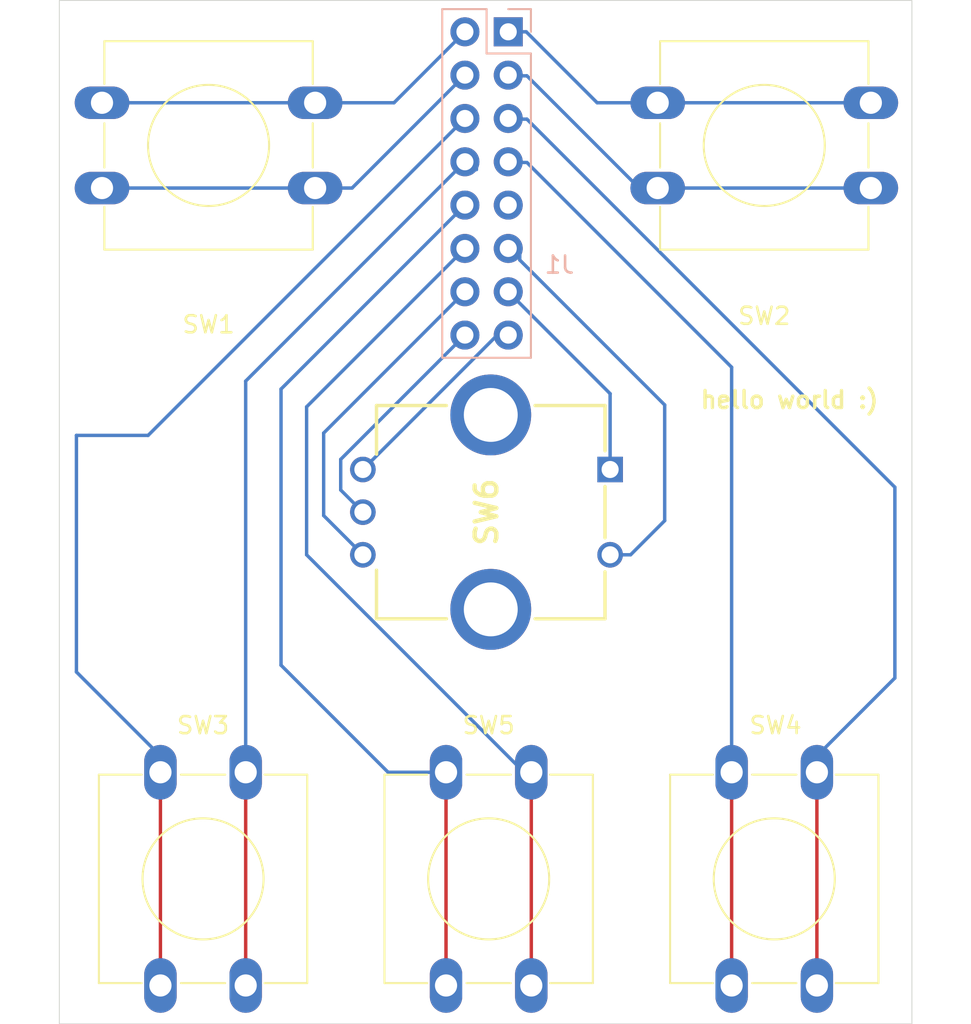
<source format=kicad_pcb>
(kicad_pcb (version 20241229) (generator "pcbnew") (generator_version "9.0")
  (title_block (comment 4 "AISLER Project ID: YIWGWVPE"))
  (layers (0 "F.Cu" signal) (2 "B.Cu" signal) (13 "F.Paste" user) (15 "B.Paste" user) (5 "F.SilkS" user "F.Silkscreen") (7 "B.SilkS" user "B.Silkscreen") (1 "F.Mask" user) (3 "B.Mask" user) (25 "Edge.Cuts" user))
  (net 0 "")
  (net 1 "Net-(J1-Pin_1)")
  (net 2 "Net-(J1-Pin_5)")
  (net 3 "Net-(J1-Pin_3)")
  (net 4 "Net-(J1-Pin_8)")
  (net 5 "Net-(J1-Pin_4)")
  (net 6 "Net-(J1-Pin_6)")
  (net 7 "Net-(J1-Pin_16)")
  (net 8 "Net-(J1-Pin_15)")
  (net 9 "Net-(J1-Pin_2)")
  (net 10 "Net-(J1-Pin_11)")
  (net 11 "Net-(J1-Pin_12)")
  (net 12 "Net-(J1-Pin_14)")
  (net 13 "Net-(J1-Pin_13)")
  (net 14 "Net-(J1-Pin_7)")
  (net 18 "Net-(J1-Pin_10)")
  (footprint "MountingHole:MountingHole_3.2mm_M3" (layer "F.Cu") (at 58.5 73)
    (property "Reference" "REF**" (hide yes))
    (property "Value" "MountingHole_3.2mm_M3")
    (pad "" np_thru_hole circle (at 0 0) (size 3.2 3.2) (drill 3.2) (layers "*.Cu" "*.Mask"))
  )
  (footprint "SamacSys_Parts:SW_PUSH-12mm3D" (layer "F.Cu") (at 58.426751 100.75 90)
    (property "Reference" "SW3" (at 15.25 2.5 180) (layer "F.SilkS"))
    (property "Value" "SW_Push")
    (fp_line (start 12.36 -3.61) (end 12.36 -1.1) (stroke (width 0.12)) (layer "F.SilkS"))
    (fp_line (start 0.14 -3.61) (end 12.36 -3.61) (stroke (width 0.12)) (layer "F.SilkS"))
    (fp_line (start 0.14 -3.61) (end 0.14 -1.1) (stroke (width 0.12)) (layer "F.SilkS"))
    (fp_line (start 12.36 1.2) (end 12.36 3.8) (stroke (width 0.12)) (layer "F.SilkS"))
    (fp_line (start 0.14 1.2) (end 0.14 3.8) (stroke (width 0.12)) (layer "F.SilkS"))
    (fp_line (start 12.36 6.1) (end 12.36 8.61) (stroke (width 0.12)) (layer "F.SilkS"))
    (fp_line (start 0.14 6.1) (end 0.14 8.61) (stroke (width 0.12)) (layer "F.SilkS"))
    (fp_line (start 12.36 8.61) (end 0.14 8.61) (stroke (width 0.12)) (layer "F.SilkS"))
    (fp_circle (center 6.25 2.5) (end 9.8 2.5) (stroke (width 0.12)) (fill no) (layer "F.SilkS"))
    (pad "1" thru_hole oval (at 0 0 90) (size 3.2 1.9) (drill 1.3) (layers "*.Cu" "*.Mask") (net 6 "Net-(J1-Pin_6)"))
    (pad "1" thru_hole oval (at 12.5 0 90) (size 3.2 1.9) (drill 1.3) (layers "*.Cu" "*.Mask") (net 6 "Net-(J1-Pin_6)"))
    (pad "2" thru_hole oval (at 0 5 90) (size 3.2 1.9) (drill 1.3) (layers "*.Cu" "*.Mask") (net 4 "Net-(J1-Pin_8)"))
    (pad "2" thru_hole oval (at 12.5 5 90) (size 3.2 1.9) (drill 1.3) (layers "*.Cu" "*.Mask") (net 4 "Net-(J1-Pin_8)"))
  )
  (footprint "SamacSys_Parts:SW_PUSH-12mm3D" (layer "F.Cu") (at 55 49)
    (property "Reference" "SW1" (at 6.25 13 0) (layer "F.SilkS"))
    (property "Value" "SW_Push")
    (fp_line (start 0.14 -3.61) (end 0.14 -1.1) (stroke (width 0.12)) (layer "F.SilkS"))
    (fp_line (start 0.14 -3.61) (end 12.36 -3.61) (stroke (width 0.12)) (layer "F.SilkS"))
    (fp_line (start 0.14 1.2) (end 0.14 3.8) (stroke (width 0.12)) (layer "F.SilkS"))
    (fp_line (start 0.14 6.1) (end 0.14 8.61) (stroke (width 0.12)) (layer "F.SilkS"))
    (fp_line (start 12.36 -3.61) (end 12.36 -1.1) (stroke (width 0.12)) (layer "F.SilkS"))
    (fp_line (start 12.36 1.2) (end 12.36 3.8) (stroke (width 0.12)) (layer "F.SilkS"))
    (fp_line (start 12.36 6.1) (end 12.36 8.61) (stroke (width 0.12)) (layer "F.SilkS"))
    (fp_line (start 12.36 8.61) (end 0.14 8.61) (stroke (width 0.12)) (layer "F.SilkS"))
    (fp_circle (center 6.25 2.5) (end 9.8 2.5) (stroke (width 0.12)) (fill no) (layer "F.SilkS"))
    (pad "1" thru_hole oval (at 0 0) (size 3.2 1.9) (drill 1.3) (layers "*.Cu" "*.Mask") (net 9 "Net-(J1-Pin_2)"))
    (pad "1" thru_hole oval (at 12.5 0) (size 3.2 1.9) (drill 1.3) (layers "*.Cu" "*.Mask") (net 9 "Net-(J1-Pin_2)"))
    (pad "2" thru_hole oval (at 0 5) (size 3.2 1.9) (drill 1.3) (layers "*.Cu" "*.Mask") (net 5 "Net-(J1-Pin_4)"))
    (pad "2" thru_hole oval (at 12.5 5) (size 3.2 1.9) (drill 1.3) (layers "*.Cu" "*.Mask") (net 5 "Net-(J1-Pin_4)"))
  )
  (footprint "SamacSys_Parts:PEC11R4215FS0024" (layer "F.Cu") (at 84.799846 70.5 -90)
    (property "Reference" "SW6" (at 2.5 7.25 270) (layer "F.SilkS") (effects (font (size 1.27 1.27) (thickness 0.254))))
    (property "Value" "RotaryEncoder_Switch_MP" (hide yes))
    (fp_line (start -3.75 13.7) (end -0.9 13.7) (stroke (width 0.2)) (layer "F.SilkS"))
    (fp_line (start 5.9 13.7) (end 8.75 13.7) (stroke (width 0.2)) (layer "F.SilkS"))
    (fp_line (start 8.75 13.7) (end 8.75 9.6) (stroke (width 0.2)) (layer "F.SilkS"))
    (fp_line (start -3.75 9.6) (end -3.75 13.7) (stroke (width 0.2)) (layer "F.SilkS"))
    (fp_line (start 8.75 4.4) (end 8.75 0.3) (stroke (width 0.2)) (layer "F.SilkS"))
    (fp_line (start -3.75 0.3) (end -3.75 4.4) (stroke (width 0.2)) (layer "F.SilkS"))
    (fp_line (start -1.1 0.3) (end -3.75 0.3) (stroke (width 0.2)) (layer "F.SilkS"))
    (fp_line (start 4 0.3) (end 1 0.3) (stroke (width 0.2)) (layer "F.SilkS"))
    (fp_line (start 8.75 0.3) (end 6 0.3) (stroke (width 0.2)) (layer "F.SilkS"))
    (pad "1" thru_hole rect (at 0 0 270) (size 1.5 1.5) (drill 1) (layers "*.Cu" "*.Mask") (net 13 "Net-(J1-Pin_13)"))
    (pad "2" thru_hole circle (at 5 0 270) (size 1.5 1.5) (drill 1) (layers "*.Cu" "*.Mask") (net 10 "Net-(J1-Pin_11)"))
    (pad "A1" thru_hole circle (at 0 14.5 270) (size 1.5 1.5) (drill 1) (layers "*.Cu" "*.Mask") (net 8 "Net-(J1-Pin_15)"))
    (pad "B1" thru_hole circle (at 5 14.5 270) (size 1.5 1.5) (drill 1) (layers "*.Cu" "*.Mask") (net 12 "Net-(J1-Pin_14)"))
    (pad "C1" thru_hole circle (at 2.5 14.5 270) (size 1.5 1.5) (drill 1) (layers "*.Cu" "*.Mask") (net 7 "Net-(J1-Pin_16)"))
    (pad "MH1" thru_hole circle (at -3.2 7 270) (size 4.74 4.74) (drill 3.16) (layers "*.Cu" "*.Mask"))
    (pad "MH2" thru_hole circle (at 8.2 7 270) (size 4.74 4.74) (drill 3.16) (layers "*.Cu" "*.Mask"))
  )
  (footprint "SamacSys_Parts:SW_PUSH-12mm3D" (layer "F.Cu") (at 91.926751 100.75 90)
    (property "Reference" "SW4" (at 15.25 2.573249 180) (layer "F.SilkS"))
    (property "Value" "SW_Push")
    (fp_line (start 12.36 -3.61) (end 12.36 -1.1) (stroke (width 0.12)) (layer "F.SilkS"))
    (fp_line (start 0.14 -3.61) (end 12.36 -3.61) (stroke (width 0.12)) (layer "F.SilkS"))
    (fp_line (start 0.14 -3.61) (end 0.14 -1.1) (stroke (width 0.12)) (layer "F.SilkS"))
    (fp_line (start 12.36 1.2) (end 12.36 3.8) (stroke (width 0.12)) (layer "F.SilkS"))
    (fp_line (start 0.14 1.2) (end 0.14 3.8) (stroke (width 0.12)) (layer "F.SilkS"))
    (fp_line (start 12.36 6.1) (end 12.36 8.61) (stroke (width 0.12)) (layer "F.SilkS"))
    (fp_line (start 0.14 6.1) (end 0.14 8.61) (stroke (width 0.12)) (layer "F.SilkS"))
    (fp_line (start 12.36 8.61) (end 0.14 8.61) (stroke (width 0.12)) (layer "F.SilkS"))
    (fp_circle (center 6.25 2.5) (end 9.8 2.5) (stroke (width 0.12)) (fill no) (layer "F.SilkS"))
    (pad "1" thru_hole oval (at 0 0 90) (size 3.2 1.9) (drill 1.3) (layers "*.Cu" "*.Mask") (net 14 "Net-(J1-Pin_7)"))
    (pad "1" thru_hole oval (at 12.5 0 90) (size 3.2 1.9) (drill 1.3) (layers "*.Cu" "*.Mask") (net 14 "Net-(J1-Pin_7)"))
    (pad "2" thru_hole oval (at 0 5 90) (size 3.2 1.9) (drill 1.3) (layers "*.Cu" "*.Mask") (net 2 "Net-(J1-Pin_5)"))
    (pad "2" thru_hole oval (at 12.5 5 90) (size 3.2 1.9) (drill 1.3) (layers "*.Cu" "*.Mask") (net 2 "Net-(J1-Pin_5)"))
  )
  (footprint "SamacSys_Parts:SW_PUSH-12mm3D" (layer "F.Cu") (at 80.176751 88.25 -90)
    (property "Reference" "SW5" (at -2.75 2.5 0) (layer "F.SilkS"))
    (property "Value" "SW_Push")
    (fp_line (start 12.36 8.61) (end 0.14 8.61) (stroke (width 0.12)) (layer "F.SilkS"))
    (fp_line (start 0.14 6.1) (end 0.14 8.61) (stroke (width 0.12)) (layer "F.SilkS"))
    (fp_line (start 12.36 6.1) (end 12.36 8.61) (stroke (width 0.12)) (layer "F.SilkS"))
    (fp_line (start 0.14 1.2) (end 0.14 3.8) (stroke (width 0.12)) (layer "F.SilkS"))
    (fp_line (start 12.36 1.2) (end 12.36 3.8) (stroke (width 0.12)) (layer "F.SilkS"))
    (fp_line (start 0.14 -3.61) (end 0.14 -1.1) (stroke (width 0.12)) (layer "F.SilkS"))
    (fp_line (start 0.14 -3.61) (end 12.36 -3.61) (stroke (width 0.12)) (layer "F.SilkS"))
    (fp_line (start 12.36 -3.61) (end 12.36 -1.1) (stroke (width 0.12)) (layer "F.SilkS"))
    (fp_circle (center 6.25 2.5) (end 9.8 2.5) (stroke (width 0.12)) (fill no) (layer "F.SilkS"))
    (pad "1" thru_hole oval (at 0 0 270) (size 3.2 1.9) (drill 1.3) (layers "*.Cu" "*.Mask") (net 11 "Net-(J1-Pin_12)"))
    (pad "1" thru_hole oval (at 12.5 0 270) (size 3.2 1.9) (drill 1.3) (layers "*.Cu" "*.Mask") (net 11 "Net-(J1-Pin_12)"))
    (pad "2" thru_hole oval (at 0 5 270) (size 3.2 1.9) (drill 1.3) (layers "*.Cu" "*.Mask") (net 18 "Net-(J1-Pin_10)"))
    (pad "2" thru_hole oval (at 12.5 5 270) (size 3.2 1.9) (drill 1.3) (layers "*.Cu" "*.Mask") (net 18 "Net-(J1-Pin_10)"))
  )
  (footprint "SamacSys_Parts:SW_PUSH-12mm3D" (layer "F.Cu") (at 87.590441 49)
    (property "Reference" "SW2" (at 6.25 12.5 0) (layer "F.SilkS"))
    (property "Value" "SW_Push")
    (fp_line (start 0.14 -3.61) (end 0.14 -1.1) (stroke (width 0.12)) (layer "F.SilkS"))
    (fp_line (start 0.14 -3.61) (end 12.36 -3.61) (stroke (width 0.12)) (layer "F.SilkS"))
    (fp_line (start 0.14 1.2) (end 0.14 3.8) (stroke (width 0.12)) (layer "F.SilkS"))
    (fp_line (start 0.14 6.1) (end 0.14 8.61) (stroke (width 0.12)) (layer "F.SilkS"))
    (fp_line (start 12.36 -3.61) (end 12.36 -1.1) (stroke (width 0.12)) (layer "F.SilkS"))
    (fp_line (start 12.36 1.2) (end 12.36 3.8) (stroke (width 0.12)) (layer "F.SilkS"))
    (fp_line (start 12.36 6.1) (end 12.36 8.61) (stroke (width 0.12)) (layer "F.SilkS"))
    (fp_line (start 12.36 8.61) (end 0.14 8.61) (stroke (width 0.12)) (layer "F.SilkS"))
    (fp_circle (center 6.25 2.5) (end 9.8 2.5) (stroke (width 0.12)) (fill no) (layer "F.SilkS"))
    (pad "1" thru_hole oval (at 0 0) (size 3.2 1.9) (drill 1.3) (layers "*.Cu" "*.Mask") (net 1 "Net-(J1-Pin_1)"))
    (pad "1" thru_hole oval (at 12.5 0) (size 3.2 1.9) (drill 1.3) (layers "*.Cu" "*.Mask") (net 1 "Net-(J1-Pin_1)"))
    (pad "2" thru_hole oval (at 0 5) (size 3.2 1.9) (drill 1.3) (layers "*.Cu" "*.Mask") (net 3 "Net-(J1-Pin_3)"))
    (pad "2" thru_hole oval (at 12.5 5) (size 3.2 1.9) (drill 1.3) (layers "*.Cu" "*.Mask") (net 3 "Net-(J1-Pin_3)"))
  )
  (footprint "MountingHole:MountingHole_3.2mm_M3" (layer "F.Cu") (at 96.5 73)
    (property "Reference" "REF**" (hide yes))
    (property "Value" "MountingHole_3.2mm_M3")
    (pad "" np_thru_hole circle (at 0 0) (size 3.2 3.2) (drill 3.2) (layers "*.Cu" "*.Mask"))
  )
  (footprint "Connector_PinHeader_2.54mm:PinHeader_2x08_P2.54mm_Vertical" (layer "B.Cu") (at 78.824846 44.84 180)
    (property "Reference" "J1" (at -3 -13.66 0) (layer "B.SilkS") (effects (justify mirror)))
    (property "Value" "Conn_01x11_Pin")
    (fp_line (start 3.87 1.33) (end 3.87 -19.11) (stroke (width 0.12)) (layer "B.SilkS"))
    (fp_line (start 1.27 1.33) (end 3.87 1.33) (stroke (width 0.12)) (layer "B.SilkS"))
    (fp_line (start 1.27 -1.27) (end 1.27 1.33) (stroke (width 0.12)) (layer "B.SilkS"))
    (fp_line (start -1.33 1.33) (end 0 1.33) (stroke (width 0.12)) (layer "B.SilkS"))
    (fp_line (start -1.33 0) (end -1.33 1.33) (stroke (width 0.12)) (layer "B.SilkS"))
    (fp_line (start -1.33 -1.27) (end 1.27 -1.27) (stroke (width 0.12)) (layer "B.SilkS"))
    (fp_line (start -1.33 -1.27) (end -1.33 -19.11) (stroke (width 0.12)) (layer "B.SilkS"))
    (fp_line (start -1.33 -19.11) (end 3.87 -19.11) (stroke (width 0.12)) (layer "B.SilkS"))
    (pad "1" thru_hole rect (at 0 0 180) (size 1.7 1.7) (drill 1) (layers "*.Cu" "*.Mask") (net 1 "Net-(J1-Pin_1)"))
    (pad "2" thru_hole oval (at 2.54 0 180) (size 1.7 1.7) (drill 1) (layers "*.Cu" "*.Mask") (net 9 "Net-(J1-Pin_2)"))
    (pad "3" thru_hole oval (at 0 -2.54 180) (size 1.7 1.7) (drill 1) (layers "*.Cu" "*.Mask") (net 3 "Net-(J1-Pin_3)"))
    (pad "4" thru_hole oval (at 2.54 -2.54 180) (size 1.7 1.7) (drill 1) (layers "*.Cu" "*.Mask") (net 5 "Net-(J1-Pin_4)"))
    (pad "5" thru_hole oval (at 0 -5.08 180) (size 1.7 1.7) (drill 1) (layers "*.Cu" "*.Mask") (net 2 "Net-(J1-Pin_5)"))
    (pad "6" thru_hole oval (at 2.54 -5.08 180) (size 1.7 1.7) (drill 1) (layers "*.Cu" "*.Mask") (net 6 "Net-(J1-Pin_6)"))
    (pad "7" thru_hole oval (at 0 -7.62 180) (size 1.7 1.7) (drill 1) (layers "*.Cu" "*.Mask") (net 14 "Net-(J1-Pin_7)"))
    (pad "8" thru_hole oval (at 2.54 -7.62 180) (size 1.7 1.7) (drill 1) (layers "*.Cu" "*.Mask") (net 4 "Net-(J1-Pin_8)"))
    (pad "9" thru_hole oval (at 0 -10.16 180) (size 1.7 1.7) (drill 1) (layers "*.Cu" "*.Mask"))
    (pad "10" thru_hole oval (at 2.54 -10.16 180) (size 1.7 1.7) (drill 1) (layers "*.Cu" "*.Mask") (net 18 "Net-(J1-Pin_10)"))
    (pad "11" thru_hole oval (at 0 -12.7 180) (size 1.7 1.7) (drill 1) (layers "*.Cu" "*.Mask") (net 10 "Net-(J1-Pin_11)"))
    (pad "12" thru_hole oval (at 2.54 -12.7 180) (size 1.7 1.7) (drill 1) (layers "*.Cu" "*.Mask") (net 11 "Net-(J1-Pin_12)"))
    (pad "13" thru_hole oval (at 0 -15.24 180) (size 1.7 1.7) (drill 1) (layers "*.Cu" "*.Mask") (net 13 "Net-(J1-Pin_13)"))
    (pad "14" thru_hole oval (at 2.54 -15.24 180) (size 1.7 1.7) (drill 1) (layers "*.Cu" "*.Mask") (net 12 "Net-(J1-Pin_14)"))
    (pad "15" thru_hole oval (at 0 -17.78 180) (size 1.7 1.7) (drill 1) (layers "*.Cu" "*.Mask") (net 8 "Net-(J1-Pin_15)"))
    (pad "16" thru_hole oval (at 2.54 -17.78 180) (size 1.7 1.7) (drill 1) (layers "*.Cu" "*.Mask") (net 7 "Net-(J1-Pin_16)"))
  )
  (gr_rect (start 52.5 43) (end 102.5 103) (stroke (width 0.05)) (fill no) (layer "Edge.Cuts"))
  (gr_text "hello world :)" (at 90 67 0) (layer "F.SilkS") (effects (font (size 1 1) (thickness 0.2) (bold yes)) (justify left bottom)))
  (segment (start 84.04 49) (end 79.88 44.84) (width 0.2) (layer "B.Cu") (net 1))
  (segment (start 100.63 49) (end 84.04 49) (width 0.2) (layer "B.Cu") (net 1))
  (segment (start 101.13 48.5) (end 100.63 49) (width 0.2) (layer "B.Cu") (net 1))
  (segment (start 79.88 44.84) (end 78.824846 44.84) (width 0.2) (layer "B.Cu") (net 1))
  (segment (start 96.926751 89.203249) (end 96.926751 99.796751) (width 0.2) (layer "F.Cu") (net 2))
  (segment (start 79.92 49.96) (end 78.864846 49.96) (width 0.2) (layer "B.Cu") (net 2))
  (segment (start 78.864846 49.96) (end 78.824846 49.92) (width 0.2) (layer "B.Cu") (net 2))
  (segment (start 101.5 71.54) (end 79.92 49.96) (width 0.2) (layer "B.Cu") (net 2))
  (segment (start 96.926751 87.296751) (end 101.5 82.723502) (width 0.2) (layer "B.Cu") (net 2))
  (segment (start 101.5 82.723502) (end 101.5 71.54) (width 0.2) (layer "B.Cu") (net 2))
  (segment (start 78.864846 47.42) (end 78.824846 47.38) (width 0.2) (layer "B.Cu") (net 3))
  (segment (start 87.590441 54) (end 86.5 54) (width 0.2) (layer "B.Cu") (net 3))
  (segment (start 80.6517 48.1517) (end 79.92 47.42) (width 0.2) (layer "B.Cu") (net 3))
  (segment (start 86.5 54) (end 80.695 48.195) (width 0.2) (layer "B.Cu") (net 3))
  (segment (start 100.63 54) (end 87.590441 54) (width 0.2) (layer "B.Cu") (net 3))
  (segment (start 79.92 47.42) (end 78.864846 47.42) (width 0.2) (layer "B.Cu") (net 3))
  (segment (start 63.426751 89.203249) (end 63.426751 99.796751) (width 0.2) (layer "F.Cu") (net 4))
  (segment (start 76.96 52.92) (end 76.96 52.46) (width 0.2) (layer "B.Cu") (net 4))
  (segment (start 63.426751 87.296751) (end 63.426751 65.318095) (width 0.2) (layer "B.Cu") (net 4))
  (segment (start 63.426751 65.318095) (end 76.284846 52.46) (width 0.2) (layer "B.Cu") (net 4))
  (segment (start 76.284846 47.38) (end 76.96 47.38) (width 0.2) (layer "B.Cu") (net 5))
  (segment (start 56.13 54) (end 69.664846 54) (width 0.2) (layer "B.Cu") (net 5))
  (segment (start 69.664846 54) (end 76.284846 47.38) (width 0.2) (layer "B.Cu") (net 5))
  (segment (start 58.426751 89.203249) (end 58.426751 99.796751) (width 0.2) (layer "F.Cu") (net 6))
  (segment (start 53.5 82.37) (end 53.5 68.5) (width 0.2) (layer "B.Cu") (net 6))
  (segment (start 76.284846 49.92) (end 76.96 49.92) (width 0.2) (layer "B.Cu") (net 6))
  (segment (start 76.08 49.92) (end 76.284846 49.92) (width 0.2) (layer "B.Cu") (net 6))
  (segment (start 53.5 68.5) (end 57.704846 68.5) (width 0.2) (layer "B.Cu") (net 6))
  (segment (start 57.704846 68.5) (end 76.284846 49.92) (width 0.2) (layer "B.Cu") (net 6))
  (segment (start 58.426751 87.296751) (end 53.5 82.37) (width 0.2) (layer "B.Cu") (net 6))
  (segment (start 69 71.700154) (end 69 69.904846) (width 0.2) (layer "B.Cu") (net 7))
  (segment (start 70.299846 73) (end 69 71.700154) (width 0.2) (layer "B.Cu") (net 7))
  (segment (start 77 62.66) (end 76.96 62.62) (width 0.2) (layer "B.Cu") (net 7))
  (segment (start 69 69.904846) (end 76.284846 62.62) (width 0.2) (layer "B.Cu") (net 7))
  (segment (start 78.179846 62.62) (end 78.824846 62.62) (width 0.2) (layer "B.Cu") (net 8))
  (segment (start 70.299846 70.5) (end 78.179846 62.62) (width 0.2) (layer "B.Cu") (net 8))
  (segment (start 67.63 49) (end 56.13 49) (width 0.2) (layer "B.Cu") (net 9))
  (segment (start 68.13 48.5) (end 67.63 49) (width 0.2) (layer "B.Cu") (net 9))
  (segment (start 76.5 44.84) (end 76.284846 44.84) (width 0.2) (layer "B.Cu") (net 9))
  (segment (start 72.124846 49) (end 76.284846 44.84) (width 0.2) (layer "B.Cu") (net 9))
  (segment (start 67.090441 49) (end 72.124846 49) (width 0.2) (layer "B.Cu") (net 9))
  (segment (start 79.5 58.215154) (end 79.5 57.54) (width 0.2) (layer "B.Cu") (net 10))
  (segment (start 88 66.715154) (end 79.5 58.215154) (width 0.2) (layer "B.Cu") (net 10))
  (segment (start 86 75.5) (end 88 73.5) (width 0.2) (layer "B.Cu") (net 10))
  (segment (start 84.799846 75.5) (end 86 75.5) (width 0.2) (layer "B.Cu") (net 10))
  (segment (start 88 73.5) (end 88 66.715154) (width 0.2) (layer "B.Cu") (net 10))
  (segment (start 80.176751 89.203249) (end 80.176751 99.796751) (width 0.2) (layer "F.Cu") (net 11))
  (segment (start 67 66.824846) (end 67 75.5) (width 0.2) (layer "B.Cu") (net 11))
  (segment (start 76.96 57.58) (end 76.96 57.54) (width 0.2) (layer "B.Cu") (net 11))
  (segment (start 75.824846 58) (end 67 66.824846) (width 0.2) (layer "B.Cu") (net 11))
  (segment (start 76.38 58) (end 75.824846 58) (width 0.2) (layer "B.Cu") (net 11))
  (segment (start 67 75.5) (end 79.75 88.25) (width 0.2) (layer "B.Cu") (net 11))
  (segment (start 68 68.364846) (end 76.284846 60.08) (width 0.2) (layer "B.Cu") (net 12))
  (segment (start 70.299846 75.5) (end 68 73.200154) (width 0.2) (layer "B.Cu") (net 12))
  (segment (start 68 73.200154) (end 68 68.364846) (width 0.2) (layer "B.Cu") (net 12))
  (segment (start 84.799846 70.5) (end 84.799846 66.055) (width 0.2) (layer "B.Cu") (net 13))
  (segment (start 84.799846 66.055) (end 78.824846 60.08) (width 0.2) (layer "B.Cu") (net 13))
  (segment (start 91.926751 89.203249) (end 91.926751 99.796751) (width 0.2) (layer "F.Cu") (net 14))
  (segment (start 91.926751 87.296751) (end 91.926751 64.506751) (width 0.2) (layer "B.Cu") (net 14))
  (segment (start 78.864846 52.5) (end 78.824846 52.46) (width 0.2) (layer "B.Cu") (net 14))
  (segment (start 79.92 52.5) (end 78.864846 52.5) (width 0.2) (layer "B.Cu") (net 14))
  (segment (start 91.926751 64.506751) (end 79.92 52.5) (width 0.2) (layer "B.Cu") (net 14))
  (segment (start 75.176751 89.203249) (end 75.176751 99.796751) (width 0.2) (layer "F.Cu") (net 18))
  (segment (start 65.5 81.972) (end 65.5 65.784846) (width 0.2) (layer "B.Cu") (net 18))
  (segment (start 65.5 65.784846) (end 76.284846 55) (width 0.2) (layer "B.Cu") (net 18))
  (segment (start 71.778 88.25) (end 65.5 81.972) (width 0.2) (layer "B.Cu") (net 18))
  (segment (start 76.284846 55) (end 76.96 55) (width 0.2) (layer "B.Cu") (net 18))
  (segment (start 75.176751 88.25) (end 71.778 88.25) (width 0.2) (layer "B.Cu") (net 18))
)
</source>
